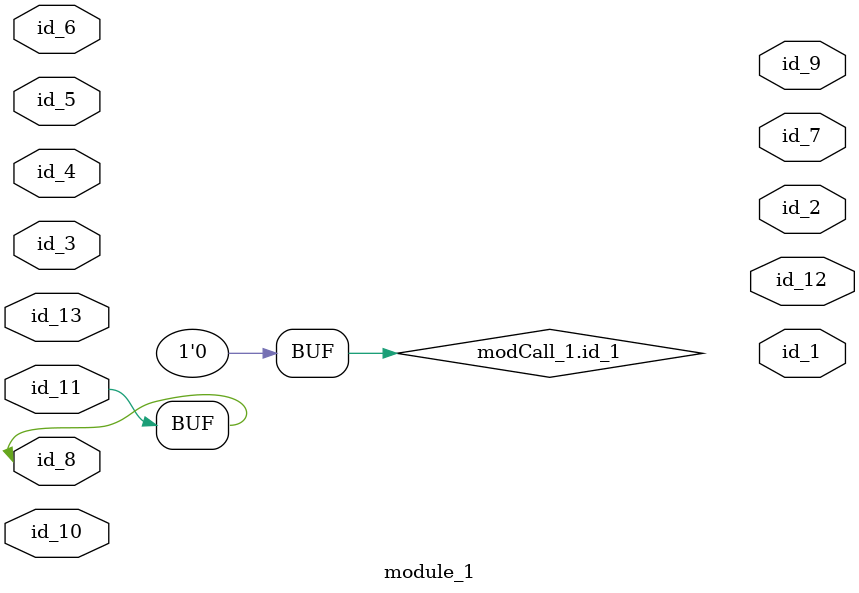
<source format=v>
module module_0;
  assign id_1 = 1;
endmodule
module module_1 (
    id_1,
    id_2,
    id_3,
    id_4,
    id_5,
    id_6,
    id_7,
    id_8,
    id_9,
    id_10,
    id_11,
    id_12,
    id_13
);
  input wire id_13;
  output wire id_12;
  inout wire id_11;
  input wire id_10;
  output wire id_9;
  inout wire id_8;
  output wire id_7;
  inout wire id_6;
  input wire id_5;
  input wire id_4;
  input wire id_3;
  output wire id_2;
  output wire id_1;
  module_0 modCall_1 ();
  assign modCall_1.id_1 = 0;
  assign id_8 = id_11;
endmodule

</source>
